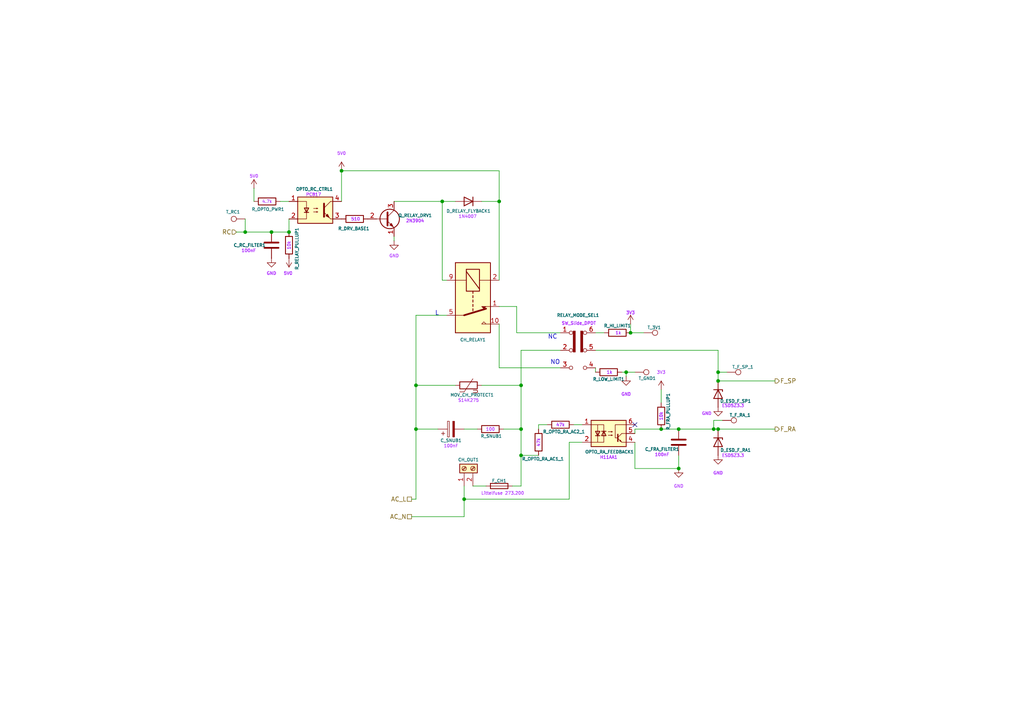
<source format=kicad_sch>
(kicad_sch (version 20250114) (generator "eeschema") (generator_version "9.0")
  (paper "A4")
  (title_block (title "Channel") (date "2025-06-27") (rev "1.0") (company "Nelees"))
  (lib_symbols
    (symbol "Connector:Screw_Terminal_01x02" (pin_names (offset 1.016) (hide yes))
      (property "Reference" "J" (at 0 2.54 0))
      (property "Value" "Screw_Terminal_01x02" (at 0 -5.08 0))
      (symbol "Screw_Terminal_01x02_1_1"
        (rectangle (start -1.27 1.27) (end 1.27 -3.81) (stroke (width 0.254)) (fill (type background)))
        (polyline (pts (xy -0.5334 0.3302) (xy 0.3302 -0.508)) (stroke (width 0.1524)))
        (polyline (pts (xy -0.5334 -2.2098) (xy 0.3302 -3.048)) (stroke (width 0.1524)))
        (polyline (pts (xy -0.3556 0.508) (xy 0.508 -0.3302)) (stroke (width 0.1524)))
        (polyline (pts (xy -0.3556 -2.032) (xy 0.508 -2.8702)) (stroke (width 0.1524)))
        (circle (center 0 0) (radius 0.635) (stroke (width 0.1524)))
        (circle (center 0 -2.54) (radius 0.635) (stroke (width 0.1524)))
        (pin passive line (at -5.08 0 0) (length 3.81) (name "Pin_1") (number "1"))
        (pin passive line (at -5.08 -2.54 0) (length 3.81) (name "Pin_2") (number "2"))
      )
    )
    (symbol "Connector:TestPoint" (pin_numbers (hide yes)) (pin_names (offset 0.762) (hide yes))
      (property "Reference" "TP" (at 0 6.858 0))
      (property "Value" "TestPoint" (at 0 5.08 0))
      (symbol "TestPoint_0_1"
        (circle (center 0 3.302) (radius 0.762))
      )
      (symbol "TestPoint_1_1"
        (pin passive line (at 0 0 90) (length 2.54) (name "1") (number "1"))
      )
    )
    (symbol "Device:C" (pin_numbers (hide yes)) (pin_names (offset 0.254))
      (property "Reference" "C" (at 0.635 2.54 0))
      (property "Value" "C" (at 0.635 -2.54 0))
      (symbol "C_0_1"
        (polyline (pts (xy -2.032 0.762) (xy 2.032 0.762)) (stroke (width 0.508)))
        (polyline (pts (xy -2.032 -0.762) (xy 2.032 -0.762)) (stroke (width 0.508)))
      )
      (symbol "C_1_1"
        (pin passive line (at 0 3.81 270) (length 2.794) (name "~") (number "1"))
        (pin passive line (at 0 -3.81 90) (length 2.794) (name "~") (number "2"))
      )
    )
    (symbol "Device:C_Polarized" (pin_numbers (hide yes)) (pin_names (offset 0.254))
      (property "Reference" "C" (at 0.635 2.54 0))
      (property "Value" "C_Polarized" (at 0.635 -2.54 0))
      (symbol "C_Polarized_0_1"
        (rectangle (start -2.286 0.508) (end 2.286 1.016))
        (polyline (pts (xy -1.778 2.286) (xy -0.762 2.286)))
        (polyline (pts (xy -1.27 2.794) (xy -1.27 1.778)))
        (rectangle (start 2.286 -0.508) (end -2.286 -1.016) (fill (type outline)))
      )
      (symbol "C_Polarized_1_1"
        (pin passive line (at 0 3.81 270) (length 2.794) (name "~") (number "1"))
        (pin passive line (at 0 -3.81 90) (length 2.794) (name "~") (number "2"))
      )
    )
    (symbol "Device:Fuse" (pin_numbers (hide yes)) (pin_names (offset 0))
      (property "Reference" "F" (at 2.032 0 90))
      (property "Value" "Fuse" (at -1.905 0 90))
      (symbol "Fuse_0_1"
        (rectangle (start -0.762 -2.54) (end 0.762 2.54) (stroke (width 0.254)))
        (polyline (pts (xy 0 2.54) (xy 0 -2.54)))
      )
      (symbol "Fuse_1_1"
        (pin passive line (at 0 3.81 270) (length 1.27) (name "~") (number "1"))
        (pin passive line (at 0 -3.81 90) (length 1.27) (name "~") (number "2"))
      )
    )
    (symbol "Device:R" (pin_numbers (hide yes)) (pin_names (offset 0))
      (property "Reference" "R" (at 2.032 0 90))
      (property "Value" "R" (at 0 0 90))
      (symbol "R_0_1"
        (rectangle (start -1.016 -2.54) (end 1.016 2.54) (stroke (width 0.254)))
      )
      (symbol "R_1_1"
        (pin passive line (at 0 3.81 270) (length 1.27) (name "~") (number "1"))
        (pin passive line (at 0 -3.81 90) (length 1.27) (name "~") (number "2"))
      )
    )
    (symbol "Device:Varistor" (pin_numbers (hide yes)) (pin_names (offset 0))
      (property "Reference" "RV" (at 3.175 0 90))
      (property "Value" "Varistor" (at -3.175 0 90))
      (symbol "Varistor_0_0"
        (text "U" (at -1.778 -2.032 0) (effects (font (size 1.27 1.27))))
      )
      (symbol "Varistor_0_1"
        (polyline (pts (xy -1.905 2.54) (xy -1.905 1.27) (xy 1.905 -1.27)))
        (rectangle (start -1.016 -2.54) (end 1.016 2.54) (stroke (width 0.254)))
      )
      (symbol "Varistor_1_1"
        (pin passive line (at 0 3.81 270) (length 1.27) (name "~") (number "1"))
        (pin passive line (at 0 -3.81 90) (length 1.27) (name "~") (number "2"))
      )
    )
    (symbol "Diode:1N4007" (pin_numbers (hide yes)) (pin_names (hide yes))
      (property "Reference" "D" (at 0 2.54 0))
      (property "Value" "1N4007" (at 0 -2.54 0))
      (symbol "1N4007_0_1"
        (polyline (pts (xy -1.27 1.27) (xy -1.27 -1.27)) (stroke (width 0.254)))
        (polyline (pts (xy 1.27 1.27) (xy 1.27 -1.27) (xy -1.27 0) (xy 1.27 1.27)) (stroke (width 0.254)))
        (polyline (pts (xy 1.27 0) (xy -1.27 0)))
      )
      (symbol "1N4007_1_1"
        (pin passive line (at -3.81 0 0) (length 2.54) (name "K") (number "1"))
        (pin passive line (at 3.81 0 180) (length 2.54) (name "A") (number "2"))
      )
    )
    (symbol "Diode:ESD5Zxx" (pin_numbers (hide yes)) (pin_names (hide yes))
      (property "Reference" "D" (at 0 2.54 0))
      (property "Value" "ESD5Zxx" (at 0 -2.54 0))
      (symbol "ESD5Zxx_0_1"
        (polyline (pts (xy -1.27 -1.27) (xy -1.27 1.27) (xy -0.762 1.27)) (stroke (width 0.254)))
        (polyline (pts (xy 1.27 0) (xy -1.27 0)))
        (polyline (pts (xy 1.27 -1.27) (xy 1.27 1.27) (xy -1.27 0) (xy 1.27 -1.27)) (stroke (width 0.254)))
      )
      (symbol "ESD5Zxx_1_1"
        (pin passive line (at -3.81 0 0) (length 2.54) (name "K") (number "1"))
        (pin passive line (at 3.81 0 180) (length 2.54) (name "A") (number "2"))
      )
    )
    (symbol "GND_1" (power) (pin_numbers (hide yes)) (pin_names (offset 0) (hide yes))
      (property "Value" "GND" (at 0 -3.81 0))
      (symbol "GND_1_0_1"
        (polyline (pts (xy 0 0) (xy 0 -1.27) (xy 1.27 -1.27) (xy 0 -2.54) (xy -1.27 -1.27) (xy 0 -1.27)))
      )
      (symbol "GND_1_1_1"
        (pin power_in line (at 0 0 270) (length 0) (name "~") (number "1"))
      )
    )
    (symbol "Isolator:H11AA1"
      (property "Reference" "U" (at -5.334 4.953 0))
      (property "Value" "H11AA1" (at 0.635 4.953 0))
      (symbol "H11AA1_0_1"
        (polyline (pts (xy -2.032 0.635) (xy -0.762 0.635)) (stroke (width 0.254)))
        (polyline (pts (xy -1.397 2.54) (xy -3.175 2.54)) (stroke (width 0.1524)))
        (polyline (pts (xy -1.397 0.635) (xy -1.397 2.54)))
        (polyline (pts (xy -1.397 0.635) (xy -1.397 -0.635)))
        (polyline (pts (xy -1.397 0.635) (xy -2.032 -0.635) (xy -0.762 -0.635) (xy -1.397 0.635)) (stroke (width 0.254)))
        (polyline (pts (xy -1.397 -0.635) (xy -1.397 -2.54)))
        (polyline (pts (xy -1.397 -2.54) (xy -3.175 -2.54)) (stroke (width 0.1524)))
      )
      (symbol "H11AA1_1_1"
        (rectangle (start -5.08 3.81) (end 5.08 -3.81) (stroke (width 0.254)) (fill (type background)))
        (polyline (pts (xy -5.08 -2.54) (xy -3.175 -2.54) (xy -3.175 2.54) (xy -5.08 2.54)))
        (polyline (pts (xy -3.81 -0.635) (xy -2.54 -0.635)) (stroke (width 0.254)))
        (polyline (pts (xy -3.175 -0.635) (xy -3.81 0.635) (xy -2.54 0.635) (xy -3.175 -0.635)) (stroke (width 0.254)))
        (polyline (pts (xy -0.127 0.508) (xy 1.143 0.508) (xy 0.762 0.381) (xy 0.762 0.635) (xy 1.143 0.508)))
        (polyline (pts (xy -0.127 -0.508) (xy 1.143 -0.508) (xy 0.762 -0.635) (xy 0.762 -0.381) (xy 1.143 -0.508)))
        (polyline (pts (xy 2.667 -0.254) (xy 2.667 -2.286) (xy 2.667 -2.286)) (stroke (width 0.3556)))
        (polyline (pts (xy 2.667 -1.143) (xy 3.81 0)))
        (polyline (pts (xy 2.667 -1.397) (xy 3.81 -2.54)))
        (polyline (pts (xy 3.683 -2.413) (xy 3.429 -1.905) (xy 3.175 -2.159) (xy 3.683 -2.413)))
        (polyline (pts (xy 3.81 0) (xy 5.08 0)))
        (polyline (pts (xy 3.81 -2.54) (xy 5.08 -2.54)))
        (polyline (pts (xy 5.08 2.54) (xy 1.905 2.54) (xy 1.905 -1.27) (xy 2.54 -1.27)))
        (pin passive line (at -7.62 2.54 0) (length 2.54) (name "~") (number "1"))
        (pin passive line (at -7.62 -2.54 0) (length 2.54) (name "~") (number "2"))
        (pin no_connect line (at -5.08 0 0) (length 2.54) (hide yes) (name "NC") (number "3"))
        (pin passive line (at 7.62 2.54 180) (length 2.54) (name "~") (number "6"))
        (pin passive line (at 7.62 0 180) (length 2.54) (name "~") (number "5"))
        (pin passive line (at 7.62 -2.54 180) (length 2.54) (name "~") (number "4"))
      )
    )
    (symbol "Isolator:PC817" (pin_names (offset 1.016))
      (property "Reference" "U" (at -5.08 5.08 0))
      (property "Value" "PC817" (at 0 5.08 0))
      (symbol "PC817_0_1"
        (rectangle (start -5.08 3.81) (end 5.08 -3.81) (stroke (width 0.254)) (fill (type background)))
        (polyline (pts (xy -5.08 2.54) (xy -2.54 2.54) (xy -2.54 -0.635)))
        (polyline (pts (xy -3.175 -0.635) (xy -1.905 -0.635)) (stroke (width 0.254)))
        (polyline (pts (xy -2.54 -0.635) (xy -2.54 -2.54) (xy -5.08 -2.54)))
        (polyline (pts (xy -2.54 -0.635) (xy -3.175 0.635) (xy -1.905 0.635) (xy -2.54 -0.635)) (stroke (width 0.254)))
        (polyline (pts (xy -0.508 0.508) (xy 0.762 0.508) (xy 0.381 0.381) (xy 0.381 0.635) (xy 0.762 0.508)))
        (polyline (pts (xy -0.508 -0.508) (xy 0.762 -0.508) (xy 0.381 -0.635) (xy 0.381 -0.381) (xy 0.762 -0.508)))
        (polyline (pts (xy 2.54 1.905) (xy 2.54 -1.905) (xy 2.54 -1.905)) (stroke (width 0.508)))
        (polyline (pts (xy 2.54 0.635) (xy 4.445 2.54)))
        (polyline (pts (xy 3.048 -1.651) (xy 3.556 -1.143) (xy 4.064 -2.159) (xy 3.048 -1.651) (xy 3.048 -1.651)) (fill (type outline)))
        (polyline (pts (xy 4.445 2.54) (xy 5.08 2.54)))
        (polyline (pts (xy 4.445 -2.54) (xy 2.54 -0.635)) (fill (type outline)))
        (polyline (pts (xy 4.445 -2.54) (xy 5.08 -2.54)))
      )
      (symbol "PC817_1_1"
        (pin passive line (at -7.62 2.54 0) (length 2.54) (name "~") (number "1"))
        (pin passive line (at -7.62 -2.54 0) (length 2.54) (name "~") (number "2"))
        (pin passive line (at 7.62 2.54 180) (length 2.54) (name "~") (number "4"))
        (pin passive line (at 7.62 -2.54 180) (length 2.54) (name "~") (number "3"))
      )
    )
    (symbol "R_1" (pin_numbers (hide yes)) (pin_names (offset 0))
      (property "Reference" "R" (at 2.032 0 90))
      (property "Value" "R" (at 0 0 90))
      (symbol "R_1_0_1"
        (rectangle (start -1.016 -2.54) (end 1.016 2.54) (stroke (width 0.254)))
      )
      (symbol "R_1_1_1"
        (pin passive line (at 0 3.81 270) (length 1.27) (name "~") (number "1"))
        (pin passive line (at 0 -3.81 90) (length 1.27) (name "~") (number "2"))
      )
    )
    (symbol "Relay:G5V-1"
      (property "Reference" "K" (at 11.43 3.81 0))
      (property "Value" "G5V-1" (at 11.43 1.27 0))
      (symbol "G5V-1_0_0"
        (polyline (pts (xy 7.62 5.08) (xy 7.62 2.54) (xy 6.985 3.175) (xy 7.62 3.81)))
      )
      (symbol "G5V-1_0_1"
        (rectangle (start -10.16 5.08) (end 10.16 -5.08) (stroke (width 0.254)) (fill (type background)))
        (rectangle (start -8.255 1.905) (end -1.905 -1.905) (stroke (width 0.254)))
        (polyline (pts (xy -7.62 -1.905) (xy -2.54 1.905)) (stroke (width 0.254)))
        (polyline (pts (xy -5.08 5.08) (xy -5.08 1.905)))
        (polyline (pts (xy -5.08 -5.08) (xy -5.08 -1.905)))
        (polyline (pts (xy -1.905 0) (xy -1.27 0)) (stroke (width 0.254)))
        (polyline (pts (xy -0.635 0) (xy 0 0)) (stroke (width 0.254)))
        (polyline (pts (xy 0.635 0) (xy 1.27 0)) (stroke (width 0.254)))
        (polyline (pts (xy 1.905 0) (xy 2.54 0)) (stroke (width 0.254)))
        (polyline (pts (xy 2.54 5.08) (xy 2.54 2.54) (xy 3.175 3.175) (xy 2.54 3.81)) (fill (type outline)))
        (polyline (pts (xy 3.175 0) (xy 3.81 0)) (stroke (width 0.254)))
        (polyline (pts (xy 5.08 -2.54) (xy 3.175 3.81)) (stroke (width 0.508)))
        (polyline (pts (xy 5.08 -2.54) (xy 5.08 -5.08)))
      )
      (symbol "G5V-1_1_1"
        (pin passive line (at -5.08 7.62 270) (length 2.54) (name "~") (number "2"))
        (pin passive line (at -5.08 -7.62 90) (length 2.54) (name "~") (number "9"))
        (pin passive line (at 2.54 7.62 270) (length 2.54) (name "~") (number "1"))
        (pin passive line (at 5.08 -7.62 90) (length 2.54) (name "~") (number "5"))
        (pin passive line (at 5.08 -7.62 90) (length 2.54) (hide yes) (name "~") (number "6"))
        (pin passive line (at 7.62 7.62 270) (length 2.54) (name "~") (number "10"))
      )
    )
    (symbol "Transistor_BJT:2N3904" (pin_names (offset 0) (hide yes))
      (property "Reference" "Q" (at 5.08 1.905 0))
      (property "Value" "2N3904" (at 5.08 0 0))
      (symbol "2N3904_0_1"
        (polyline (pts (xy -2.54 0) (xy 0.635 0)))
        (polyline (pts (xy 0.635 1.905) (xy 0.635 -1.905)) (stroke (width 0.508)))
        (circle (center 1.27 0) (radius 2.8194) (stroke (width 0.254)))
      )
      (symbol "2N3904_1_1"
        (polyline (pts (xy 0.635 0.635) (xy 2.54 2.54)))
        (polyline (pts (xy 0.635 -0.635) (xy 2.54 -2.54)))
        (polyline (pts (xy 1.27 -1.778) (xy 1.778 -1.27) (xy 2.286 -2.286) (xy 1.27 -1.778)) (fill (type outline)))
        (pin input line (at -5.08 0 0) (length 2.54) (name "B") (number "2"))
        (pin passive line (at 2.54 5.08 270) (length 2.54) (name "C") (number "3"))
        (pin passive line (at 2.54 -5.08 90) (length 2.54) (name "E") (number "1"))
      )
    )
    (symbol "nelees:SW_Slide_DPDT" (pin_names (offset 0) (hide yes))
      (property "Reference" "SW" (at 0 6.858 0))
      (property "Value" "SW_Slide_DPDT" (at 0 -8.128 0))
      (symbol "SW_Slide_DPDT_0_0"
        (circle (center -2.032 5.08) (radius 0.508))
        (circle (center -2.032 -5.08) (radius 0.508))
        (circle (center 2.032 0) (radius 0.508))
        (circle (center 2.032 -5.08) (radius 0.508))
      )
      (symbol "SW_Slide_DPDT_0_1"
        (circle (center -2.032 0) (radius 0.508))
        (circle (center 2.032 5.08) (radius 0.508))
      )
      (symbol "SW_Slide_DPDT_1_1"
        (rectangle (start -1.397 5.588) (end -0.762 -0.508) (fill (type outline)))
        (rectangle (start 0.762 5.588) (end 1.397 -0.508) (fill (type outline)))
        (pin passive line (at -5.08 5.08 0) (length 2.54) (name "A") (number "1"))
        (pin passive line (at -5.08 0 0) (length 2.54) (name "B") (number "2"))
        (pin passive line (at -5.08 -5.08 0) (length 2.54) (name "C") (number "3"))
        (pin passive line (at 5.08 5.08 180) (length 2.54) (name "C") (number "6"))
        (pin passive line (at 5.08 0 180) (length 2.54) (name "B") (number "5"))
        (pin passive line (at 5.08 -5.08 180) (length 2.54) (name "A") (number "4"))
      )
    )
    (symbol "power:+3.3V" (power) (pin_numbers (hide yes)) (pin_names (offset 0) (hide yes))
      (property "Value" "+3.3V" (at 0 3.556 0))
      (symbol "+3.3V_0_1"
        (polyline (pts (xy -0.762 1.27) (xy 0 2.54)))
        (polyline (pts (xy 0 2.54) (xy 0.762 1.27)))
        (polyline (pts (xy 0 0) (xy 0 2.54)))
      )
      (symbol "+3.3V_1_1"
        (pin power_in line (at 0 0 90) (length 0) (name "~") (number "1"))
      )
    )
    (symbol "power:+3V3" (power) (pin_numbers (hide yes)) (pin_names (offset 0) (hide yes))
      (property "Value" "+3V3" (at 0 3.556 0))
      (symbol "+3V3_0_1"
        (polyline (pts (xy -0.762 1.27) (xy 0 2.54)))
        (polyline (pts (xy 0 2.54) (xy 0.762 1.27)))
        (polyline (pts (xy 0 0) (xy 0 2.54)))
      )
      (symbol "+3V3_1_1"
        (pin power_in line (at 0 0 90) (length 0) (name "~") (number "1"))
      )
    )
    (symbol "power:GND" (power) (pin_numbers (hide yes)) (pin_names (offset 0) (hide yes))
      (property "Value" "GND" (at 0 -3.81 0))
      (symbol "GND_0_1"
        (polyline (pts (xy 0 0) (xy 0 -1.27) (xy 1.27 -1.27) (xy 0 -2.54) (xy -1.27 -1.27) (xy 0 -1.27)))
      )
      (symbol "GND_1_1"
        (pin power_in line (at 0 0 270) (length 0) (name "~") (number "1"))
      )
    )
  )
  (text "NC" (at 160.274 97.79 0) (effects (font (size 1.27 1.27))))
  (text "NO" (at 161.036 105.156 0) (effects (font (size 1.27 1.27))))
  (text "L" (at 126.746 90.932 0) (effects (font (size 1.27 1.27))))
  (junction (at 151.13 111.76))
  (junction (at 78.74 67.31))
  (junction (at 191.77 124.46))
  (junction (at 120.65 111.76))
  (junction (at 196.85 135.89))
  (junction (at 120.65 124.46))
  (junction (at 208.28 107.95))
  (junction (at 208.28 124.46))
  (junction (at 207.01 124.46))
  (junction (at 182.88 96.52))
  (junction (at 144.78 58.42))
  (junction (at 196.85 124.46))
  (junction (at 208.28 110.49))
  (junction (at 151.13 132.08))
  (junction (at 99.06 49.53))
  (junction (at 71.12 67.31))
  (junction (at 128.27 58.42))
  (junction (at 181.61 107.95))
  (junction (at 151.13 124.46))
  (junction (at 83.82 67.31))
  (junction (at 134.62 144.78))
  (no_connect (at 184.15 123.19))
  (wire (pts (xy 128.27 81.28) (xy 129.54 81.28)))
  (wire (pts (xy 128.27 58.42) (xy 132.08 58.42)))
  (wire (pts (xy 191.77 124.46) (xy 184.15 124.46)))
  (wire (pts (xy 172.72 101.6) (xy 208.28 101.6)))
  (wire (pts (xy 134.62 144.78) (xy 134.62 149.86)))
  (wire (pts (xy 120.65 111.76) (xy 120.65 124.46)))
  (wire (pts (xy 120.65 111.76) (xy 132.08 111.76)))
  (wire (pts (xy 151.13 124.46) (xy 151.13 132.08)))
  (wire (pts (xy 146.05 124.46) (xy 151.13 124.46)))
  (wire (pts (xy 156.21 124.46) (xy 156.21 123.19)))
  (wire (pts (xy 184.15 124.46) (xy 184.15 125.73)))
  (wire (pts (xy 138.43 124.46) (xy 134.62 124.46)))
  (wire (pts (xy 182.88 93.98) (xy 182.88 96.52)))
  (wire (pts (xy 166.37 123.19) (xy 168.91 123.19)))
  (wire (pts (xy 99.06 49.53) (xy 144.78 49.53)))
  (wire (pts (xy 196.85 132.08) (xy 196.85 135.89)))
  (wire (pts (xy 151.13 132.08) (xy 151.13 140.97)))
  (wire (pts (xy 207.01 121.92) (xy 207.01 124.46)))
  (wire (pts (xy 208.28 124.46) (xy 224.79 124.46)))
  (wire (pts (xy 120.65 124.46) (xy 120.65 144.78)))
  (wire (pts (xy 134.62 140.97) (xy 134.62 144.78)))
  (wire (pts (xy 184.15 135.89) (xy 184.15 128.27)))
  (wire (pts (xy 151.13 132.08) (xy 156.21 132.08)))
  (wire (pts (xy 180.34 107.95) (xy 181.61 107.95)))
  (wire (pts (xy 127 124.46) (xy 120.65 124.46)))
  (wire (pts (xy 144.78 106.68) (xy 162.56 106.68)))
  (wire (pts (xy 172.72 106.68) (xy 172.72 107.95)))
  (wire (pts (xy 151.13 101.6) (xy 151.13 111.76)))
  (wire (pts (xy 120.65 144.78) (xy 119.38 144.78)))
  (wire (pts (xy 184.15 107.95) (xy 181.61 107.95)))
  (wire (pts (xy 165.1 128.27) (xy 165.1 144.78)))
  (wire (pts (xy 99.06 58.42) (xy 99.06 49.53)))
  (wire (pts (xy 168.91 128.27) (xy 165.1 128.27)))
  (wire (pts (xy 144.78 88.9) (xy 149.86 88.9)))
  (wire (pts (xy 148.59 140.97) (xy 151.13 140.97)))
  (wire (pts (xy 73.66 54.61) (xy 73.66 58.42)))
  (wire (pts (xy 172.72 96.52) (xy 175.26 96.52)))
  (wire (pts (xy 139.7 111.76) (xy 151.13 111.76)))
  (wire (pts (xy 210.82 107.95) (xy 208.28 107.95)))
  (wire (pts (xy 137.16 140.97) (xy 140.97 140.97)))
  (wire (pts (xy 151.13 111.76) (xy 151.13 124.46)))
  (wire (pts (xy 144.78 49.53) (xy 144.78 58.42)))
  (wire (pts (xy 191.77 113.03) (xy 191.77 116.84)))
  (wire (pts (xy 71.12 63.5) (xy 71.12 67.31)))
  (wire (pts (xy 162.56 101.6) (xy 151.13 101.6)))
  (wire (pts (xy 114.3 69.85) (xy 114.3 68.58)))
  (wire (pts (xy 182.88 96.52) (xy 186.69 96.52)))
  (wire (pts (xy 120.65 91.44) (xy 129.54 91.44)))
  (wire (pts (xy 196.85 124.46) (xy 207.01 124.46)))
  (wire (pts (xy 181.61 107.95) (xy 181.61 109.22)))
  (wire (pts (xy 83.82 63.5) (xy 83.82 67.31)))
  (wire (pts (xy 120.65 91.44) (xy 120.65 111.76)))
  (wire (pts (xy 184.15 135.89) (xy 196.85 135.89)))
  (wire (pts (xy 149.86 96.52) (xy 162.56 96.52)))
  (wire (pts (xy 139.7 58.42) (xy 144.78 58.42)))
  (wire (pts (xy 149.86 88.9) (xy 149.86 96.52)))
  (wire (pts (xy 209.55 121.92) (xy 207.01 121.92)))
  (wire (pts (xy 208.28 107.95) (xy 208.28 101.6)))
  (wire (pts (xy 208.28 110.49) (xy 224.79 110.49)))
  (wire (pts (xy 71.12 67.31) (xy 78.74 67.31)))
  (wire (pts (xy 128.27 58.42) (xy 114.3 58.42)))
  (wire (pts (xy 144.78 93.98) (xy 144.78 106.68)))
  (wire (pts (xy 68.58 67.31) (xy 71.12 67.31)))
  (wire (pts (xy 144.78 58.42) (xy 144.78 81.28)))
  (wire (pts (xy 207.01 124.46) (xy 208.28 124.46)))
  (wire (pts (xy 78.74 67.31) (xy 83.82 67.31)))
  (wire (pts (xy 196.85 124.46) (xy 191.77 124.46)))
  (wire (pts (xy 156.21 123.19) (xy 158.75 123.19)))
  (wire (pts (xy 81.28 58.42) (xy 83.82 58.42)))
  (wire (pts (xy 134.62 144.78) (xy 165.1 144.78)))
  (wire (pts (xy 128.27 81.28) (xy 128.27 58.42)))
  (wire (pts (xy 119.38 149.86) (xy 134.62 149.86)))
  (wire (pts (xy 208.28 110.49) (xy 208.28 107.95)))
  (hierarchical_label "F_RA" (shape output) (at 224.79 124.46 0))
  (hierarchical_label "RC" (shape input) (at 68.58 67.31 180))
  (hierarchical_label "AC_L" (shape passive) (at 119.38 144.78 180))
  (hierarchical_label "F_SP" (shape output) (at 224.79 110.49 0))
  (hierarchical_label "AC_N" (shape passive) (at 119.38 149.86 180))
  (symbol (lib_id "Diode:ESD5Zxx") (at 208.28 114.3 270) (unit 1)
    (property "Reference" "D_ESD_F_SP1" (at 213.36 116.332 90) (effects (font (size 0.889 0.889))))
    (property "Value" "ESD5Z3.3" (at 212.598 117.602 90) (effects (font (size 0.889 0.889))))
    (property "Footprint" "Diode_SMD:D_SOD-523" (effects (hide yes)))
    (property "Datasheet" "https://www.onsemi.com/pdf/datasheet/esd5z2.5t1-d.pdf" (effects (hide yes)))
    (property "Description" "ESD Protection Diode, SOD-523" (effects (hide yes)))
  )
  (symbol (lib_id "power:+3V3") (at 182.88 93.98 0) (unit 1)
    (property "Reference" "#PWR047" (effects (hide yes)))
    (property "Value" "3V3" (at 182.88 90.678 0) (effects (font (size 0.889 0.889))))
    (property "Description" "Power symbol creates a global label with name \"+3V3\"" (effects (hide yes)))
  )
  (symbol (lib_id "Device:R") (at 191.77 120.65 0) (unit 1)
    (property "Reference" "R_FRA_PULLUP1" (at 193.802 119.38 90) (effects (font (size 0.889 0.889))))
    (property "Value" "10k" (at 191.77 120.65 90) (effects (font (size 0.889 0.889))))
    (property "Description" "Resistor" (effects (hide yes)))
  )
  (symbol (lib_name "GND_1") (lib_id "power:GND") (at 78.74 74.93 0) (unit 1)
    (property "Reference" "#PWR042" (effects (hide yes)))
    (property "Value" "GND" (at 78.74 79.248 0) (effects (font (size 0.889 0.889))))
    (property "Description" "Power symbol creates a global label with name \"GND\" , ground" (effects (hide yes)))
  )
  (symbol (lib_id "Isolator:H11AA1") (at 176.53 125.73 0) (unit 1)
    (property "Reference" "OPTO_RA_FEEDBACK1" (at 176.784 131.064 0) (effects (font (size 0.889 0.889))))
    (property "Value" "H11AA1" (at 176.53 132.588 0) (effects (font (size 0.889 0.889))))
    (property "Footprint" "Package_DIP:DIP-6_W7.62mm" (effects (hide yes)))
    (property "Datasheet" "https://www.vishay.com/docs/83608/h11aa1.pdf" (effects (hide yes)))
    (property "Description" "AC/DC NPN Optocoupler, DIP-6" (effects (hide yes)))
  )
  (symbol (lib_id "power:GND") (at 208.28 132.08 0) (unit 1)
    (property "Reference" "#PWR051" (effects (hide yes)))
    (property "Value" "GND" (at 208.28 137.16 0) (effects (font (size 0.889 0.889))))
    (property "Description" "Power symbol creates a global label with name \"GND\" , ground" (effects (hide yes)))
  )
  (symbol (lib_id "Device:R") (at 156.21 128.27 0) (unit 1)
    (property "Reference" "R_OPTO_RA_AC1_1" (at 157.48 133.096 0) (effects (font (size 0.889 0.889))))
    (property "Value" "47k" (at 156.21 128.27 90) (effects (font (size 0.889 0.889))))
    (property "Description" "Resistor" (effects (hide yes)))
  )
  (symbol (lib_id "power:+3.3V") (at 99.06 49.53 0) (unit 1)
    (property "Reference" "#PWR044" (effects (hide yes)))
    (property "Value" "5V0" (at 99.06 44.45 0) (effects (font (size 0.889 0.889))))
    (property "Description" "Power symbol creates a global label with name \"+3.3V\"" (effects (hide yes)))
  )
  (symbol (lib_id "Device:R") (at 179.07 96.52 90) (unit 1)
    (property "Reference" "R_HI_LIMIT1" (at 179.07 94.488 90) (effects (font (size 0.889 0.889))))
    (property "Value" "1k" (at 179.324 96.52 90) (effects (font (size 0.889 0.889))))
    (property "Description" "Resistor" (effects (hide yes)))
  )
  (symbol (lib_id "Connector:Screw_Terminal_01x02") (at 134.62 135.89 90) (unit 1)
    (property "Reference" "CH_OUT1" (at 132.842 133.35 90) (effects (font (size 0.889 0.889)) (justify right)))
    (property "Value" "Screw_Terminal_01x02" (effects (hide yes)))
    (property "Description" "Generic screw terminal, single row, 01x02, script generated (kicad-library-utils/schlib/autogen/connector/)" (effects (hide yes)))
  )
  (symbol (lib_id "nelees:SW_Slide_DPDT") (at 167.64 101.6 0) (unit 1)
    (property "Reference" "RELAY_MODE_SEL1" (at 167.64 91.44 0) (effects (font (size 0.889 0.889))))
    (property "Value" "SW_Slide_DPDT" (at 167.894 93.726 0) (effects (font (size 0.889 0.889))))
    (property "Footprint" "nelees:SW_CK_JS202011CQN_DPDT_Straight" (effects (hide yes)))
    (property "Description" "Slide Switch, dual pole double throw" (effects (hide yes)))
  )
  (symbol (lib_id "Relay:G5V-1") (at 137.16 86.36 270) (unit 1)
    (property "Reference" "CH_RELAY1" (at 137.16 98.552 90) (effects (font (size 0.889 0.889))))
    (property "Value" "Channel" (effects (hide yes)))
    (property "Footprint" "Relay_THT:Relay_SPDT_Omron_G5V-1" (effects (hide yes)))
    (property "Datasheet" "http://omronfs.omron.com/en_US/ecb/products/pdf/en-g5v_1.pdf" (effects (hide yes)))
    (property "Description" "Ultra-miniature, Highly Sensitive SPDT Relay for Signal Circuits" (effects (hide yes)))
  )
  (symbol (lib_id "Connector:TestPoint") (at 186.69 96.52 270) (unit 1)
    (property "Reference" "T_3V1" (at 189.738 94.996 90) (effects (font (size 0.889 0.889))))
    (property "Value" "T_3V3" (effects (hide yes)))
    (property "Description" "test point" (effects (hide yes)))
  )
  (symbol (lib_id "Transistor_BJT:2N3904") (at 111.76 63.5 0) (unit 1)
    (property "Reference" "Q_RELAY_DRV1" (at 120.396 62.484 0) (effects (font (size 0.889 0.889))))
    (property "Value" "2N3904" (at 120.396 64.008 0) (effects (font (size 0.889 0.889))))
    (property "Footprint" "Package_TO_SOT_THT:TO-92_Inline" (effects (hide yes)))
    (property "Datasheet" "https://www.onsemi.com/pub/Collateral/2N3903-D.PDF" (effects (hide yes)))
    (property "Description" "0.2A Ic, 40V Vce, Small Signal NPN Transistor, TO-92" (effects (hide yes)))
  )
  (symbol (lib_id "power:+3V3") (at 191.77 113.03 0) (unit 1)
    (property "Reference" "#PWR048" (effects (hide yes)))
    (property "Value" "3V3" (at 191.77 107.95 0) (effects (font (size 0.889 0.889))))
    (property "Description" "Power symbol creates a global label with name \"+3V3\"" (effects (hide yes)))
  )
  (symbol (lib_id "power:GND") (at 196.85 135.89 0) (unit 1)
    (property "Reference" "#PWR049" (effects (hide yes)))
    (property "Value" "GND" (at 196.85 140.97 0) (effects (font (size 0.889 0.889))))
    (property "Description" "Power symbol creates a global label with name \"GND\" , ground" (effects (hide yes)))
  )
  (symbol (lib_name "GND_1") (lib_id "power:GND") (at 114.3 69.85 0) (unit 1)
    (property "Reference" "#PWR045" (effects (hide yes)))
    (property "Value" "GND" (at 114.3 74.168 0) (effects (font (size 0.889 0.889))))
    (property "Description" "Power symbol creates a global label with name \"GND\" , ground" (effects (hide yes)))
  )
  (symbol (lib_id "Device:R") (at 142.24 124.46 90) (unit 1)
    (property "Reference" "R_SNUB1" (at 142.494 126.492 90) (effects (font (size 0.889 0.889))))
    (property "Value" "100" (at 142.24 124.46 90) (effects (font (size 0.889 0.889))))
    (property "Description" "Resistor" (effects (hide yes)))
  )
  (symbol (lib_id "Device:C") (at 196.85 128.27 0) (unit 1)
    (property "Reference" "C_FRA_FILTER1" (at 192.024 130.302 0) (effects (font (size 0.889 0.889))))
    (property "Value" "100nF" (at 192.024 131.826 0) (effects (font (size 0.889 0.889))))
    (property "Description" "Unpolarized capacitor" (effects (hide yes)))
  )
  (symbol (lib_id "Device:C") (at 78.74 71.12 0) (unit 1)
    (property "Reference" "C_RC_FILTER1" (at 72.39 71.12 0) (effects (font (size 0.889 0.889))))
    (property "Value" "100nF" (at 72.136 72.644 0) (effects (font (size 0.889 0.889))))
    (property "Description" "Unpolarized capacitor" (effects (hide yes)))
  )
  (symbol (lib_id "Isolator:PC817") (at 91.44 60.96 0) (unit 1)
    (property "Reference" "OPTO_RC_CTRL1" (at 91.186 54.864 0) (effects (font (size 0.889 0.889))))
    (property "Value" "PC817" (at 90.932 56.388 0) (effects (font (size 0.889 0.889))))
    (property "Footprint" "Package_DIP:DIP-4_W7.62mm" (effects (hide yes)))
    (property "Datasheet" "http://www.soselectronic.cz/a_info/resource/d/pc817.pdf" (effects (hide yes)))
    (property "Description" "DC Optocoupler, Vce 35V, CTR 50-300%, DIP-4" (effects (hide yes)))
  )
  (symbol (lib_name "R_1") (lib_id "Device:R") (at 176.53 107.95 270) (unit 1)
    (property "Reference" "R_LOW_LIMIT1" (at 176.53 109.982 90) (effects (font (size 0.889 0.889))))
    (property "Value" "1k" (at 176.784 107.95 90) (effects (font (size 0.889 0.889))))
    (property "Description" "Resistor" (effects (hide yes)))
  )
  (symbol (lib_id "Connector:TestPoint") (at 209.55 121.92 270) (unit 1)
    (property "Reference" "T_F_RA_1" (at 211.582 120.396 90) (effects (font (size 0.889 0.889)) (justify left)))
    (property "Value" "T_F_RA" (effects (hide yes)))
    (property "Description" "test point" (effects (hide yes)))
  )
  (symbol (lib_id "Diode:1N4007") (at 135.89 58.42 180) (unit 1)
    (property "Reference" "D_RELAY_FLYBACK1" (at 135.89 61.214 0) (effects (font (size 0.889 0.889))))
    (property "Value" "1N4007" (at 135.636 62.738 0) (effects (font (size 0.889 0.889))))
    (property "Footprint" "Diode_THT:D_DO-41_SOD81_P10.16mm_Horizontal" (effects (hide yes)))
    (property "Datasheet" "http://www.vishay.com/docs/88503/1n4001.pdf" (effects (hide yes)))
    (property "Description" "1000V 1A General Purpose Rectifier Diode, DO-41" (effects (hide yes)))
    (property "Sim.Device" "D" (effects (hide yes)))
    (property "Sim.Pins" "1=K 2=A" (effects (hide yes)))
  )
  (symbol (lib_id "power:GND") (at 208.28 118.11 0) (unit 1)
    (property "Reference" "#PWR050" (effects (hide yes)))
    (property "Value" "GND" (at 204.978 119.888 0) (effects (font (size 0.889 0.889))))
    (property "Description" "Power symbol creates a global label with name \"GND\" , ground" (effects (hide yes)))
  )
  (symbol (lib_id "Device:R") (at 83.82 71.12 0) (unit 1)
    (property "Reference" "R_RELAY_PULLUP1" (at 86.106 72.136 90) (effects (font (size 0.889 0.889))))
    (property "Value" "10k" (at 83.82 71.12 90) (effects (font (size 0.889 0.889))))
    (property "Description" "Resistor" (effects (hide yes)))
  )
  (symbol (lib_id "power:GND") (at 181.61 109.22 0) (unit 1)
    (property "Reference" "#PWR046" (effects (hide yes)))
    (property "Value" "GND" (at 181.61 114.3 0) (effects (font (size 0.889 0.889))))
    (property "Description" "Power symbol creates a global label with name \"GND\" , ground" (effects (hide yes)))
  )
  (symbol (lib_id "Device:R") (at 162.56 123.19 90) (unit 1)
    (property "Reference" "R_OPTO_RA_AC2_1" (at 163.576 125.222 90) (effects (font (size 0.889 0.889))))
    (property "Value" "47k" (at 162.56 123.19 90) (effects (font (size 0.889 0.889))))
    (property "Description" "Resistor" (effects (hide yes)))
  )
  (symbol (lib_id "Connector:TestPoint") (at 210.82 107.95 270) (unit 1)
    (property "Reference" "T_F_SP_1" (at 212.344 106.426 90) (effects (font (size 0.889 0.889)) (justify left)))
    (property "Value" "T_F_SP" (effects (hide yes)))
    (property "Description" "test point" (effects (hide yes)))
  )
  (symbol (lib_id "Device:Fuse") (at 144.78 140.97 90) (unit 1)
    (property "Reference" "F_CH1" (at 144.78 139.446 90) (effects (font (size 0.889 0.889))))
    (property "Value" "Littelfuse 273.200" (at 145.796 143.002 90) (effects (font (size 0.889 0.889))))
    (property "Description" "Littelfuse 273.200" (effects (hide yes)))
  )
  (symbol (lib_id "power:+3.3V") (at 73.66 54.61 0) (unit 1)
    (property "Reference" "#PWR041" (effects (hide yes)))
    (property "Value" "5V0" (at 73.66 51.054 0) (effects (font (size 0.889 0.889))))
    (property "Description" "Power symbol creates a global label with name \"+3.3V\"" (effects (hide yes)))
  )
  (symbol (lib_id "Device:R") (at 102.87 63.5 270) (unit 1)
    (property "Reference" "R_DRV_BASE1" (at 102.616 66.294 90) (effects (font (size 0.889 0.889))))
    (property "Value" "510" (at 103.124 63.5 90) (effects (font (size 0.889 0.889))))
    (property "Description" "Resistor" (effects (hide yes)))
  )
  (symbol (lib_id "Device:Varistor") (at 135.89 111.76 90) (unit 1)
    (property "Reference" "MOV_CH_PROTECT1" (at 136.906 114.554 90) (effects (font (size 0.889 0.889))))
    (property "Value" "S14K275" (at 135.89 116.078 90) (effects (font (size 0.889 0.889))))
    (property "Description" "Voltage dependent resistor" (effects (hide yes)))
    (property "Sim.Name" "kicad_builtin_varistor" (effects (hide yes)))
    (property "Sim.Device" "SUBCKT" (effects (hide yes)))
    (property "Sim.Pins" "1=A 2=B" (effects (hide yes)))
    (property "Sim.Params" "threshold=1k" (effects (hide yes)))
    (property "Sim.Library" "${KICAD9_SYMBOL_DIR}/Simulation_SPICE.sp" (effects (hide yes)))
  )
  (symbol (lib_id "Diode:ESD5Zxx") (at 208.28 128.27 270) (unit 1)
    (property "Reference" "D_ESD_F_RA1" (at 213.36 130.556 90) (effects (font (size 0.889 0.889))))
    (property "Value" "ESD5Z3.3" (at 212.598 132.08 90) (effects (font (size 0.889 0.889))))
    (property "Footprint" "Diode_SMD:D_SOD-523" (effects (hide yes)))
    (property "Datasheet" "https://www.onsemi.com/pdf/datasheet/esd5z2.5t1-d.pdf" (effects (hide yes)))
    (property "Description" "ESD Protection Diode, SOD-523" (effects (hide yes)))
  )
  (symbol (lib_id "Device:C_Polarized") (at 130.81 124.46 90) (unit 1)
    (property "Reference" "C_SNUB1" (at 130.81 127.762 90) (effects (font (size 0.889 0.889))))
    (property "Value" "100nF" (at 130.81 129.286 90) (effects (font (size 0.889 0.889))))
    (property "Description" "Polarized capacitor" (effects (hide yes)))
  )
  (symbol (lib_id "Connector:TestPoint") (at 71.12 63.5 90) (unit 1)
    (property "Reference" "T_RC1" (at 67.564 61.468 90) (effects (font (size 0.889 0.889))))
    (property "Value" "T_RC" (effects (hide yes)))
    (property "Description" "test point" (effects (hide yes)))
  )
  (symbol (lib_id "Device:R") (at 77.47 58.42 270) (unit 1)
    (property "Reference" "R_OPTO_PWR1" (at 77.724 60.706 90) (effects (font (size 0.889 0.889))))
    (property "Value" "4.7k" (at 77.47 58.42 90) (effects (font (size 0.889 0.889))))
    (property "Description" "Resistor" (effects (hide yes)))
  )
  (symbol (lib_id "power:+3.3V") (at 83.82 74.93 180) (unit 1)
    (property "Reference" "#PWR043" (effects (hide yes)))
    (property "Value" "5V0" (at 83.566 79.248 0) (effects (font (size 0.889 0.889))))
    (property "Description" "Power symbol creates a global label with name \"+3.3V\"" (effects (hide yes)))
  )
  (symbol (lib_id "Connector:TestPoint") (at 184.15 107.95 270) (unit 1)
    (property "Reference" "T_GND1" (at 187.706 109.728 90) (effects (font (size 0.889 0.889))))
    (property "Value" "T_3V3" (effects (hide yes)))
    (property "Description" "test point" (effects (hide yes)))
  )
)
</source>
